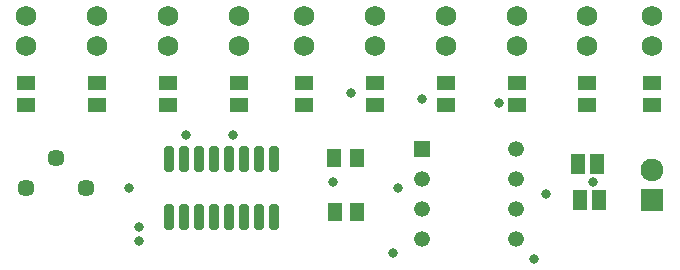
<source format=gts>
G04*
G04 #@! TF.GenerationSoftware,Altium Limited,Altium Designer,23.1.1 (15)*
G04*
G04 Layer_Color=8388736*
%FSLAX44Y44*%
%MOMM*%
G71*
G04*
G04 #@! TF.SameCoordinates,C741470B-7C4C-4177-9209-F2D843503FCF*
G04*
G04*
G04 #@! TF.FilePolarity,Negative*
G04*
G01*
G75*
%ADD19R,1.1732X1.6732*%
%ADD20R,1.1532X1.6032*%
G04:AMPARAMS|DCode=21|XSize=2.1732mm|YSize=0.8032mm|CornerRadius=0.1766mm|HoleSize=0mm|Usage=FLASHONLY|Rotation=270.000|XOffset=0mm|YOffset=0mm|HoleType=Round|Shape=RoundedRectangle|*
%AMROUNDEDRECTD21*
21,1,2.1732,0.4500,0,0,270.0*
21,1,1.8200,0.8032,0,0,270.0*
1,1,0.3532,-0.2250,-0.9100*
1,1,0.3532,-0.2250,0.9100*
1,1,0.3532,0.2250,0.9100*
1,1,0.3532,0.2250,-0.9100*
%
%ADD21ROUNDEDRECTD21*%
%ADD22R,1.6032X1.1532*%
%ADD23C,1.3332*%
%ADD24R,1.3332X1.3332*%
%ADD25C,1.9282*%
%ADD26R,1.9282X1.9282*%
%ADD27C,1.7272*%
%ADD28C,1.4532*%
%ADD29C,0.8032*%
D19*
X518300Y85000D02*
D03*
X501700D02*
D03*
X503400Y55000D02*
D03*
X520000D02*
D03*
D20*
X314500Y90000D02*
D03*
X295500D02*
D03*
X315000Y45000D02*
D03*
X296000D02*
D03*
D21*
X244450Y40250D02*
D03*
X231750D02*
D03*
X219050D02*
D03*
X206350D02*
D03*
X193650D02*
D03*
X180950D02*
D03*
X168250D02*
D03*
X155550D02*
D03*
Y89750D02*
D03*
X168250D02*
D03*
X180950D02*
D03*
X193650D02*
D03*
X206350D02*
D03*
X219050D02*
D03*
X231750D02*
D03*
X244450D02*
D03*
D22*
X35000Y135000D02*
D03*
Y154000D02*
D03*
X215000Y135000D02*
D03*
Y154000D02*
D03*
X95000Y135000D02*
D03*
Y154000D02*
D03*
X155000Y135000D02*
D03*
Y154000D02*
D03*
X565000Y135000D02*
D03*
Y154000D02*
D03*
X270000Y135000D02*
D03*
Y154000D02*
D03*
X330000Y135000D02*
D03*
Y154000D02*
D03*
X510000Y135000D02*
D03*
Y154000D02*
D03*
X390000Y135000D02*
D03*
Y154000D02*
D03*
X450000Y135000D02*
D03*
Y154000D02*
D03*
D23*
X449700Y98100D02*
D03*
Y72700D02*
D03*
Y47300D02*
D03*
Y21900D02*
D03*
X370300D02*
D03*
Y47300D02*
D03*
Y72700D02*
D03*
D24*
Y98100D02*
D03*
D25*
X565000Y80000D02*
D03*
D26*
Y54600D02*
D03*
D27*
X35000Y185000D02*
D03*
Y210400D02*
D03*
X155000D02*
D03*
Y185000D02*
D03*
X565000Y210400D02*
D03*
Y185000D02*
D03*
X95000Y210400D02*
D03*
Y185000D02*
D03*
X510000Y210400D02*
D03*
Y185000D02*
D03*
X450000Y210400D02*
D03*
Y185000D02*
D03*
X390000Y210400D02*
D03*
Y185000D02*
D03*
X330000Y210400D02*
D03*
Y185000D02*
D03*
X270000Y210400D02*
D03*
Y185000D02*
D03*
X215000Y210400D02*
D03*
Y185000D02*
D03*
D28*
X35000Y65000D02*
D03*
X60400Y90400D02*
D03*
X85800Y65000D02*
D03*
D29*
X130000Y32095D02*
D03*
X122095Y65000D02*
D03*
X295000Y70000D02*
D03*
X130000Y20000D02*
D03*
X345000Y10000D02*
D03*
X350000Y65000D02*
D03*
X515000Y70000D02*
D03*
X475000Y60000D02*
D03*
X465000Y5000D02*
D03*
X435000Y136525D02*
D03*
X310000Y145000D02*
D03*
X370000Y140000D02*
D03*
X210000Y110000D02*
D03*
X170000D02*
D03*
M02*

</source>
